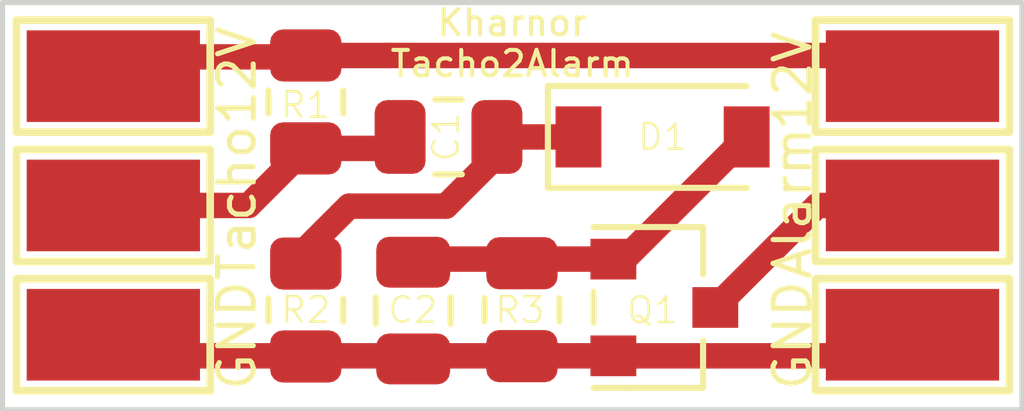
<source format=kicad_pcb>
(kicad_pcb (version 20171130) (host pcbnew "(5.1.10)-1")

  (general
    (thickness 1.6)
    (drawings 5)
    (tracks 29)
    (zones 0)
    (modules 13)
    (nets 7)
  )

  (page A4)
  (layers
    (0 F.Cu signal)
    (31 B.Cu signal)
    (32 B.Adhes user)
    (33 F.Adhes user)
    (34 B.Paste user)
    (35 F.Paste user)
    (36 B.SilkS user)
    (37 F.SilkS user)
    (38 B.Mask user)
    (39 F.Mask user)
    (40 Dwgs.User user)
    (41 Cmts.User user)
    (42 Eco1.User user)
    (43 Eco2.User user)
    (44 Edge.Cuts user)
    (45 Margin user)
    (46 B.CrtYd user)
    (47 F.CrtYd user)
    (48 B.Fab user)
    (49 F.Fab user)
  )

  (setup
    (last_trace_width 0.25)
    (trace_clearance 0.2)
    (zone_clearance 0.508)
    (zone_45_only no)
    (trace_min 0.2)
    (via_size 0.8)
    (via_drill 0.4)
    (via_min_size 0.4)
    (via_min_drill 0.3)
    (uvia_size 0.3)
    (uvia_drill 0.1)
    (uvias_allowed no)
    (uvia_min_size 0.2)
    (uvia_min_drill 0.1)
    (edge_width 0.05)
    (segment_width 0.2)
    (pcb_text_width 0.3)
    (pcb_text_size 1.5 1.5)
    (mod_edge_width 0.12)
    (mod_text_size 1 1)
    (mod_text_width 0.15)
    (pad_size 1.524 1.524)
    (pad_drill 0.762)
    (pad_to_mask_clearance 0)
    (aux_axis_origin 131.87 68.77)
    (grid_origin 12.07 190.67)
    (visible_elements 7FFFFF7F)
    (pcbplotparams
      (layerselection 0x010fc_ffffffff)
      (usegerberextensions false)
      (usegerberattributes true)
      (usegerberadvancedattributes true)
      (creategerberjobfile true)
      (excludeedgelayer true)
      (linewidth 0.100000)
      (plotframeref false)
      (viasonmask false)
      (mode 1)
      (useauxorigin false)
      (hpglpennumber 1)
      (hpglpenspeed 20)
      (hpglpendiameter 15.000000)
      (psnegative false)
      (psa4output false)
      (plotreference true)
      (plotvalue true)
      (plotinvisibletext false)
      (padsonsilk false)
      (subtractmaskfromsilk false)
      (outputformat 1)
      (mirror false)
      (drillshape 0)
      (scaleselection 1)
      (outputdirectory ""))
  )

  (net 0 "")
  (net 1 GND)
  (net 2 "Net-(C1-Pad1)")
  (net 3 +12V)
  (net 4 "Net-(Alarm1-Pad1)")
  (net 5 "Net-(C1-Pad2)")
  (net 6 "Net-(C2-Pad1)")

  (net_class Default "This is the default net class."
    (clearance 0.2)
    (trace_width 0.25)
    (via_dia 0.8)
    (via_drill 0.4)
    (uvia_dia 0.3)
    (uvia_drill 0.1)
    (add_net +12V)
    (add_net GND)
    (add_net "Net-(Alarm1-Pad1)")
    (add_net "Net-(C1-Pad1)")
    (add_net "Net-(C1-Pad2)")
    (add_net "Net-(C2-Pad1)")
  )

  (module Resistor_SMD:R_0805_2012Metric (layer F.Cu) (tedit 5F68FEEE) (tstamp 61322B4C)
    (at 138.02 76.71 270)
    (descr "Resistor SMD 0805 (2012 Metric), square (rectangular) end terminal, IPC_7351 nominal, (Body size source: IPC-SM-782 page 72, https://www.pcb-3d.com/wordpress/wp-content/uploads/ipc-sm-782a_amendment_1_and_2.pdf), generated with kicad-footprint-generator")
    (tags resistor)
    (path /61329048)
    (attr smd)
    (fp_text reference R2 (at 0 0) (layer F.SilkS)
      (effects (font (size 0.5 0.5) (thickness 0.05)))
    )
    (fp_text value 10k (at 0 1.65 90) (layer F.Fab) hide
      (effects (font (size 1 1) (thickness 0.15)))
    )
    (fp_line (start 1.68 0.95) (end -1.68 0.95) (layer F.CrtYd) (width 0.05))
    (fp_line (start 1.68 -0.95) (end 1.68 0.95) (layer F.CrtYd) (width 0.05))
    (fp_line (start -1.68 -0.95) (end 1.68 -0.95) (layer F.CrtYd) (width 0.05))
    (fp_line (start -1.68 0.95) (end -1.68 -0.95) (layer F.CrtYd) (width 0.05))
    (fp_line (start -0.227064 0.735) (end 0.227064 0.735) (layer F.SilkS) (width 0.12))
    (fp_line (start -0.227064 -0.735) (end 0.227064 -0.735) (layer F.SilkS) (width 0.12))
    (fp_line (start 1 0.625) (end -1 0.625) (layer F.Fab) (width 0.1))
    (fp_line (start 1 -0.625) (end 1 0.625) (layer F.Fab) (width 0.1))
    (fp_line (start -1 -0.625) (end 1 -0.625) (layer F.Fab) (width 0.1))
    (fp_line (start -1 0.625) (end -1 -0.625) (layer F.Fab) (width 0.1))
    (fp_text user %R (at 0 0 90) (layer F.Fab) hide
      (effects (font (size 0.5 0.5) (thickness 0.08)))
    )
    (pad 2 smd roundrect (at 0.9125 0 270) (size 1.025 1.4) (layers F.Cu F.Paste F.Mask) (roundrect_rratio 0.243902)
      (net 1 GND))
    (pad 1 smd roundrect (at -0.9125 0 270) (size 1.025 1.4) (layers F.Cu F.Paste F.Mask) (roundrect_rratio 0.243902)
      (net 5 "Net-(C1-Pad2)"))
    (model ${KISYS3DMOD}/Resistor_SMD.3dshapes/R_0805_2012Metric.wrl
      (at (xyz 0 0 0))
      (scale (xyz 1 1 1))
      (rotate (xyz 0 0 0))
    )
  )

  (module Capacitor_SMD:C_0805_2012Metric (layer F.Cu) (tedit 5F68FEEE) (tstamp 61322A76)
    (at 140.82 73.31)
    (descr "Capacitor SMD 0805 (2012 Metric), square (rectangular) end terminal, IPC_7351 nominal, (Body size source: IPC-SM-782 page 76, https://www.pcb-3d.com/wordpress/wp-content/uploads/ipc-sm-782a_amendment_1_and_2.pdf, https://docs.google.com/spreadsheets/d/1BsfQQcO9C6DZCsRaXUlFlo91Tg2WpOkGARC1WS5S8t0/edit?usp=sharing), generated with kicad-footprint-generator")
    (tags capacitor)
    (path /61327F0D)
    (attr smd)
    (fp_text reference C1 (at -0.05 0 90) (layer F.SilkS)
      (effects (font (size 0.5 0.5) (thickness 0.05)))
    )
    (fp_text value 100n (at 0 1.68) (layer F.Fab) hide
      (effects (font (size 1 1) (thickness 0.15)))
    )
    (fp_line (start 1.7 0.98) (end -1.7 0.98) (layer F.CrtYd) (width 0.05))
    (fp_line (start 1.7 -0.98) (end 1.7 0.98) (layer F.CrtYd) (width 0.05))
    (fp_line (start -1.7 -0.98) (end 1.7 -0.98) (layer F.CrtYd) (width 0.05))
    (fp_line (start -1.7 0.98) (end -1.7 -0.98) (layer F.CrtYd) (width 0.05))
    (fp_line (start -0.261252 0.735) (end 0.261252 0.735) (layer F.SilkS) (width 0.12))
    (fp_line (start -0.261252 -0.735) (end 0.261252 -0.735) (layer F.SilkS) (width 0.12))
    (fp_line (start 1 0.625) (end -1 0.625) (layer F.Fab) (width 0.1))
    (fp_line (start 1 -0.625) (end 1 0.625) (layer F.Fab) (width 0.1))
    (fp_line (start -1 -0.625) (end 1 -0.625) (layer F.Fab) (width 0.1))
    (fp_line (start -1 0.625) (end -1 -0.625) (layer F.Fab) (width 0.1))
    (fp_text user %R (at 0 0) (layer F.Fab) hide
      (effects (font (size 0.5 0.5) (thickness 0.08)))
    )
    (pad 2 smd roundrect (at 0.95 0) (size 1 1.45) (layers F.Cu F.Paste F.Mask) (roundrect_rratio 0.25)
      (net 5 "Net-(C1-Pad2)"))
    (pad 1 smd roundrect (at -0.95 0) (size 1 1.45) (layers F.Cu F.Paste F.Mask) (roundrect_rratio 0.25)
      (net 2 "Net-(C1-Pad1)"))
    (model ${KISYS3DMOD}/Capacitor_SMD.3dshapes/C_0805_2012Metric.wrl
      (at (xyz 0 0 0))
      (scale (xyz 1 1 1))
      (rotate (xyz 0 0 0))
    )
  )

  (module Diode_SMD:D_SOD-123 (layer F.Cu) (tedit 58645DC7) (tstamp 61101C33)
    (at 145.02 73.31)
    (descr SOD-123)
    (tags SOD-123)
    (path /610E7EEC)
    (attr smd)
    (fp_text reference D1 (at 0 0) (layer F.SilkS)
      (effects (font (size 0.5 0.5) (thickness 0.05)))
    )
    (fp_text value 1N4148 (at 0.1 1.9) (layer F.Fab) hide
      (effects (font (size 1 1) (thickness 0.15)))
    )
    (fp_line (start -2.25 -1) (end -2.25 1) (layer F.SilkS) (width 0.12))
    (fp_line (start 0.25 0) (end 0.75 0) (layer F.Fab) (width 0.1))
    (fp_line (start 0.25 0.4) (end -0.35 0) (layer F.Fab) (width 0.1))
    (fp_line (start 0.25 -0.4) (end 0.25 0.4) (layer F.Fab) (width 0.1))
    (fp_line (start -0.35 0) (end 0.25 -0.4) (layer F.Fab) (width 0.1))
    (fp_line (start -0.35 0) (end -0.35 0.55) (layer F.Fab) (width 0.1))
    (fp_line (start -0.35 0) (end -0.35 -0.55) (layer F.Fab) (width 0.1))
    (fp_line (start -0.75 0) (end -0.35 0) (layer F.Fab) (width 0.1))
    (fp_line (start -1.4 0.9) (end -1.4 -0.9) (layer F.Fab) (width 0.1))
    (fp_line (start 1.4 0.9) (end -1.4 0.9) (layer F.Fab) (width 0.1))
    (fp_line (start 1.4 -0.9) (end 1.4 0.9) (layer F.Fab) (width 0.1))
    (fp_line (start -1.4 -0.9) (end 1.4 -0.9) (layer F.Fab) (width 0.1))
    (fp_line (start -2.35 -1.15) (end 2.35 -1.15) (layer F.CrtYd) (width 0.05))
    (fp_line (start 2.35 -1.15) (end 2.35 1.15) (layer F.CrtYd) (width 0.05))
    (fp_line (start 2.35 1.15) (end -2.35 1.15) (layer F.CrtYd) (width 0.05))
    (fp_line (start -2.35 -1.15) (end -2.35 1.15) (layer F.CrtYd) (width 0.05))
    (fp_line (start -2.25 1) (end 1.65 1) (layer F.SilkS) (width 0.12))
    (fp_line (start -2.25 -1) (end 1.65 -1) (layer F.SilkS) (width 0.12))
    (pad 2 smd rect (at 1.65 0) (size 0.9 1.2) (layers F.Cu F.Paste F.Mask)
      (net 6 "Net-(C2-Pad1)"))
    (pad 1 smd rect (at -1.65 0) (size 0.9 1.2) (layers F.Cu F.Paste F.Mask)
      (net 5 "Net-(C1-Pad2)"))
    (model ${KISYS3DMOD}/Diode_SMD.3dshapes/D_SOD-123.wrl
      (at (xyz 0 0 0))
      (scale (xyz 1 1 1))
      (rotate (xyz 0 0 0))
    )
  )

  (module Package_TO_SOT_SMD:SOT-23 (layer F.Cu) (tedit 610EC187) (tstamp 611026C2)
    (at 145.0546 76.66)
    (descr "SOT-23, Standard")
    (tags SOT-23)
    (path /6110030D)
    (attr smd)
    (fp_text reference Q1 (at -0.2346 0.0552) (layer F.SilkS)
      (effects (font (size 0.5 0.5) (thickness 0.05)))
    )
    (fp_text value BSS138 (at 0 2.5) (layer F.Fab) hide
      (effects (font (size 1 1) (thickness 0.15)))
    )
    (fp_line (start 0.76 1.58) (end -0.7 1.58) (layer F.SilkS) (width 0.12))
    (fp_line (start 0.76 -1.58) (end -1.39 -1.58) (layer F.SilkS) (width 0.12))
    (fp_line (start -1.7 1.75) (end -1.7 -1.75) (layer F.CrtYd) (width 0.05))
    (fp_line (start 1.7 1.75) (end -1.7 1.75) (layer F.CrtYd) (width 0.05))
    (fp_line (start 1.7 -1.75) (end 1.7 1.75) (layer F.CrtYd) (width 0.05))
    (fp_line (start -1.7 -1.75) (end 1.7 -1.75) (layer F.CrtYd) (width 0.05))
    (fp_line (start 0.76 -1.58) (end 0.76 -0.65) (layer F.SilkS) (width 0.12))
    (fp_line (start 0.76 1.58) (end 0.76 0.65) (layer F.SilkS) (width 0.12))
    (fp_line (start -0.7 1.52) (end 0.7 1.52) (layer F.Fab) (width 0.1))
    (fp_line (start 0.7 -1.52) (end 0.7 1.52) (layer F.Fab) (width 0.1))
    (fp_line (start -0.7 -0.95) (end -0.15 -1.52) (layer F.Fab) (width 0.1))
    (fp_line (start -0.15 -1.52) (end 0.7 -1.52) (layer F.Fab) (width 0.1))
    (fp_line (start -0.7 -0.95) (end -0.7 1.5) (layer F.Fab) (width 0.1))
    (fp_line (start -0.7 1.58) (end -1.39 1.58) (layer F.SilkS) (width 0.12))
    (fp_line (start -1.39 -0.31) (end -1.39 0.3) (layer F.SilkS) (width 0.12))
    (pad 3 smd rect (at 1 0) (size 0.9 0.8) (layers F.Cu F.Paste F.Mask)
      (net 4 "Net-(Alarm1-Pad1)"))
    (pad 2 smd rect (at -1 0.95) (size 0.9 0.8) (layers F.Cu F.Paste F.Mask)
      (net 1 GND))
    (pad 1 smd rect (at -1 -0.95) (size 0.9 0.8) (layers F.Cu F.Paste F.Mask)
      (net 6 "Net-(C2-Pad1)"))
    (model ${KISYS3DMOD}/Package_TO_SOT_SMD.3dshapes/SOT-23.wrl
      (at (xyz 0 0 0))
      (scale (xyz 1 1 1))
      (rotate (xyz 0 0 0))
    )
  )

  (module Resistor_SMD:R_0805_2012Metric (layer F.Cu) (tedit 5F68FEEE) (tstamp 61101C6A)
    (at 142.2606 76.7037 270)
    (descr "Resistor SMD 0805 (2012 Metric), square (rectangular) end terminal, IPC_7351 nominal, (Body size source: IPC-SM-782 page 72, https://www.pcb-3d.com/wordpress/wp-content/uploads/ipc-sm-782a_amendment_1_and_2.pdf), generated with kicad-footprint-generator")
    (tags resistor)
    (path /610E6569)
    (attr smd)
    (fp_text reference R3 (at 0.0063 0.0406) (layer F.SilkS)
      (effects (font (size 0.5 0.5) (thickness 0.05)))
    )
    (fp_text value 1M (at 0 1.65 90) (layer F.Fab) hide
      (effects (font (size 1 1) (thickness 0.15)))
    )
    (fp_line (start 1.68 0.95) (end -1.68 0.95) (layer F.CrtYd) (width 0.05))
    (fp_line (start 1.68 -0.95) (end 1.68 0.95) (layer F.CrtYd) (width 0.05))
    (fp_line (start -1.68 -0.95) (end 1.68 -0.95) (layer F.CrtYd) (width 0.05))
    (fp_line (start -1.68 0.95) (end -1.68 -0.95) (layer F.CrtYd) (width 0.05))
    (fp_line (start -0.227064 0.735) (end 0.227064 0.735) (layer F.SilkS) (width 0.12))
    (fp_line (start -0.227064 -0.735) (end 0.227064 -0.735) (layer F.SilkS) (width 0.12))
    (fp_line (start 1 0.625) (end -1 0.625) (layer F.Fab) (width 0.1))
    (fp_line (start 1 -0.625) (end 1 0.625) (layer F.Fab) (width 0.1))
    (fp_line (start -1 -0.625) (end 1 -0.625) (layer F.Fab) (width 0.1))
    (fp_line (start -1 0.625) (end -1 -0.625) (layer F.Fab) (width 0.1))
    (pad 2 smd roundrect (at 0.9125 0 270) (size 1.025 1.4) (layers F.Cu F.Paste F.Mask) (roundrect_rratio 0.2439014634146341)
      (net 1 GND))
    (pad 1 smd roundrect (at -0.9125 0 270) (size 1.025 1.4) (layers F.Cu F.Paste F.Mask) (roundrect_rratio 0.2439014634146341)
      (net 6 "Net-(C2-Pad1)"))
    (model ${KISYS3DMOD}/Resistor_SMD.3dshapes/R_0805_2012Metric.wrl
      (at (xyz 0 0 0))
      (scale (xyz 1 1 1))
      (rotate (xyz 0 0 0))
    )
  )

  (module Resistor_SMD:R_0805_2012Metric (layer F.Cu) (tedit 5F68FEEE) (tstamp 61101C59)
    (at 138.02 72.6225 270)
    (descr "Resistor SMD 0805 (2012 Metric), square (rectangular) end terminal, IPC_7351 nominal, (Body size source: IPC-SM-782 page 72, https://www.pcb-3d.com/wordpress/wp-content/uploads/ipc-sm-782a_amendment_1_and_2.pdf), generated with kicad-footprint-generator")
    (tags resistor)
    (path /610E5F77)
    (attr smd)
    (fp_text reference R1 (at 0.0604 0.007) (layer F.SilkS)
      (effects (font (size 0.5 0.5) (thickness 0.05)))
    )
    (fp_text value 100k (at 0 1.65 90) (layer F.Fab) hide
      (effects (font (size 1 1) (thickness 0.15)))
    )
    (fp_line (start 1.68 0.95) (end -1.68 0.95) (layer F.CrtYd) (width 0.05))
    (fp_line (start 1.68 -0.95) (end 1.68 0.95) (layer F.CrtYd) (width 0.05))
    (fp_line (start -1.68 -0.95) (end 1.68 -0.95) (layer F.CrtYd) (width 0.05))
    (fp_line (start -1.68 0.95) (end -1.68 -0.95) (layer F.CrtYd) (width 0.05))
    (fp_line (start -0.227064 0.735) (end 0.227064 0.735) (layer F.SilkS) (width 0.12))
    (fp_line (start -0.227064 -0.735) (end 0.227064 -0.735) (layer F.SilkS) (width 0.12))
    (fp_line (start 1 0.625) (end -1 0.625) (layer F.Fab) (width 0.1))
    (fp_line (start 1 -0.625) (end 1 0.625) (layer F.Fab) (width 0.1))
    (fp_line (start -1 -0.625) (end 1 -0.625) (layer F.Fab) (width 0.1))
    (fp_line (start -1 0.625) (end -1 -0.625) (layer F.Fab) (width 0.1))
    (pad 2 smd roundrect (at 0.9125 0 270) (size 1.025 1.4) (layers F.Cu F.Paste F.Mask) (roundrect_rratio 0.2439014634146341)
      (net 2 "Net-(C1-Pad1)"))
    (pad 1 smd roundrect (at -0.9125 0 270) (size 1.025 1.4) (layers F.Cu F.Paste F.Mask) (roundrect_rratio 0.2439014634146341)
      (net 3 +12V))
    (model ${KISYS3DMOD}/Resistor_SMD.3dshapes/R_0805_2012Metric.wrl
      (at (xyz 0 0 0))
      (scale (xyz 1 1 1))
      (rotate (xyz 0 0 0))
    )
  )

  (module Capacitor_SMD:C_0805_2012Metric (layer F.Cu) (tedit 5F68FEEE) (tstamp 61101C1B)
    (at 140.127 76.7208 270)
    (descr "Capacitor SMD 0805 (2012 Metric), square (rectangular) end terminal, IPC_7351 nominal, (Body size source: IPC-SM-782 page 76, https://www.pcb-3d.com/wordpress/wp-content/uploads/ipc-sm-782a_amendment_1_and_2.pdf, https://docs.google.com/spreadsheets/d/1BsfQQcO9C6DZCsRaXUlFlo91Tg2WpOkGARC1WS5S8t0/edit?usp=sharing), generated with kicad-footprint-generator")
    (tags capacitor)
    (path /610E8926)
    (attr smd)
    (fp_text reference C2 (at -0.0108 0.007) (layer F.SilkS)
      (effects (font (size 0.5 0.5) (thickness 0.05)))
    )
    (fp_text value 100n (at 0 1.68 90) (layer F.Fab) hide
      (effects (font (size 1 1) (thickness 0.15)))
    )
    (fp_line (start 1.7 0.98) (end -1.7 0.98) (layer F.CrtYd) (width 0.05))
    (fp_line (start 1.7 -0.98) (end 1.7 0.98) (layer F.CrtYd) (width 0.05))
    (fp_line (start -1.7 -0.98) (end 1.7 -0.98) (layer F.CrtYd) (width 0.05))
    (fp_line (start -1.7 0.98) (end -1.7 -0.98) (layer F.CrtYd) (width 0.05))
    (fp_line (start -0.261252 0.735) (end 0.261252 0.735) (layer F.SilkS) (width 0.12))
    (fp_line (start -0.261252 -0.735) (end 0.261252 -0.735) (layer F.SilkS) (width 0.12))
    (fp_line (start 1 0.625) (end -1 0.625) (layer F.Fab) (width 0.1))
    (fp_line (start 1 -0.625) (end 1 0.625) (layer F.Fab) (width 0.1))
    (fp_line (start -1 -0.625) (end 1 -0.625) (layer F.Fab) (width 0.1))
    (fp_line (start -1 0.625) (end -1 -0.625) (layer F.Fab) (width 0.1))
    (pad 2 smd roundrect (at 0.95 0 270) (size 1 1.45) (layers F.Cu F.Paste F.Mask) (roundrect_rratio 0.25)
      (net 1 GND))
    (pad 1 smd roundrect (at -0.95 0 270) (size 1 1.45) (layers F.Cu F.Paste F.Mask) (roundrect_rratio 0.25)
      (net 6 "Net-(C2-Pad1)"))
    (model ${KISYS3DMOD}/Capacitor_SMD.3dshapes/C_0805_2012Metric.wrl
      (at (xyz 0 0 0))
      (scale (xyz 1 1 1))
      (rotate (xyz 0 0 0))
    )
  )

  (module TestPoint:TestPoint_Keystone_5015_Micro-Minature (layer F.Cu) (tedit 5A0F774F) (tstamp 61101C0A)
    (at 149.9234 77.1962)
    (descr "SMT Test Point- Micro Miniature 5015, http://www.keyelco.com/product-pdf.cfm?p=1353")
    (tags "Test Point")
    (path /610FA570)
    (attr smd)
    (fp_text reference GND (at -2.3534 0.0138 90) (layer F.SilkS)
      (effects (font (size 0.7 0.7) (thickness 0.1)))
    )
    (fp_text value GND (at 0 2.25) (layer F.Fab) hide
      (effects (font (size 1 1) (thickness 0.15)))
    )
    (fp_line (start -2.15 -1.35) (end 2.15 -1.35) (layer F.CrtYd) (width 0.05))
    (fp_line (start 2.15 -1.35) (end 2.15 1.35) (layer F.CrtYd) (width 0.05))
    (fp_line (start 2.15 1.35) (end -2.15 1.35) (layer F.CrtYd) (width 0.05))
    (fp_line (start -2.15 1.35) (end -2.15 -1.35) (layer F.CrtYd) (width 0.05))
    (fp_line (start -1.9 -1.1) (end 1.9 -1.1) (layer F.SilkS) (width 0.15))
    (fp_line (start 1.9 -1.1) (end 1.9 1.1) (layer F.SilkS) (width 0.15))
    (fp_line (start 1.9 1.1) (end -1.9 1.1) (layer F.SilkS) (width 0.15))
    (fp_line (start -1.9 1.1) (end -1.9 -1.1) (layer F.SilkS) (width 0.15))
    (fp_line (start -1.35 0.5) (end 1.35 0.5) (layer F.Fab) (width 0.15))
    (fp_line (start 1.35 -0.5) (end 1.35 0.5) (layer F.Fab) (width 0.15))
    (fp_line (start 1.35 -0.5) (end -1.35 -0.5) (layer F.Fab) (width 0.15))
    (fp_line (start -1.35 0.5) (end -1.35 -0.5) (layer F.Fab) (width 0.15))
    (fp_text user %R (at 0 0) (layer F.Fab)
      (effects (font (size 0.6 0.6) (thickness 0.09)))
    )
    (pad 1 smd rect (at 0 0) (size 3.4 1.8) (layers F.Cu F.Paste F.Mask)
      (net 1 GND))
    (model ${KISYS3DMOD}/TestPoint.3dshapes/TestPoint_Keystone_5015_Micro-Minature.wrl
      (at (xyz 0 0 0))
      (scale (xyz 1 1 1))
      (rotate (xyz 0 0 0))
    )
  )

  (module TestPoint:TestPoint_Keystone_5015_Micro-Minature (layer F.Cu) (tedit 5A0F774F) (tstamp 61101BF8)
    (at 149.9234 74.6562)
    (descr "SMT Test Point- Micro Miniature 5015, http://www.keyelco.com/product-pdf.cfm?p=1353")
    (tags "Test Point")
    (path /610F961A)
    (attr smd)
    (fp_text reference Alarm (at -2.3534 -0.0462 90) (layer F.SilkS)
      (effects (font (size 0.7 0.7) (thickness 0.1)))
    )
    (fp_text value Alarm (at 0 2.25) (layer F.Fab) hide
      (effects (font (size 1 1) (thickness 0.15)))
    )
    (fp_line (start -2.15 -1.35) (end 2.15 -1.35) (layer F.CrtYd) (width 0.05))
    (fp_line (start 2.15 -1.35) (end 2.15 1.35) (layer F.CrtYd) (width 0.05))
    (fp_line (start 2.15 1.35) (end -2.15 1.35) (layer F.CrtYd) (width 0.05))
    (fp_line (start -2.15 1.35) (end -2.15 -1.35) (layer F.CrtYd) (width 0.05))
    (fp_line (start -1.9 -1.1) (end 1.9 -1.1) (layer F.SilkS) (width 0.15))
    (fp_line (start 1.9 -1.1) (end 1.9 1.1) (layer F.SilkS) (width 0.15))
    (fp_line (start 1.9 1.1) (end -1.9 1.1) (layer F.SilkS) (width 0.15))
    (fp_line (start -1.9 1.1) (end -1.9 -1.1) (layer F.SilkS) (width 0.15))
    (fp_line (start -1.35 0.5) (end 1.35 0.5) (layer F.Fab) (width 0.15))
    (fp_line (start 1.35 -0.5) (end 1.35 0.5) (layer F.Fab) (width 0.15))
    (fp_line (start 1.35 -0.5) (end -1.35 -0.5) (layer F.Fab) (width 0.15))
    (fp_line (start -1.35 0.5) (end -1.35 -0.5) (layer F.Fab) (width 0.15))
    (fp_text user %R (at 0 0) (layer F.Fab)
      (effects (font (size 0.6 0.6) (thickness 0.09)))
    )
    (pad 1 smd rect (at 0 0) (size 3.4 1.8) (layers F.Cu F.Paste F.Mask)
      (net 4 "Net-(Alarm1-Pad1)"))
    (model ${KISYS3DMOD}/TestPoint.3dshapes/TestPoint_Keystone_5015_Micro-Minature.wrl
      (at (xyz 0 0 0))
      (scale (xyz 1 1 1))
      (rotate (xyz 0 0 0))
    )
  )

  (module TestPoint:TestPoint_Keystone_5015_Micro-Minature (layer F.Cu) (tedit 5A0F774F) (tstamp 61101BE6)
    (at 149.9234 72.1162)
    (descr "SMT Test Point- Micro Miniature 5015, http://www.keyelco.com/product-pdf.cfm?p=1353")
    (tags "Test Point")
    (path /610F7CD9)
    (attr smd)
    (fp_text reference 12V (at -2.3534 0.0938 90) (layer F.SilkS)
      (effects (font (size 0.7 0.7) (thickness 0.1)))
    )
    (fp_text value 12V (at 0 2.25) (layer F.Fab) hide
      (effects (font (size 1 1) (thickness 0.15)))
    )
    (fp_line (start -2.15 -1.35) (end 2.15 -1.35) (layer F.CrtYd) (width 0.05))
    (fp_line (start 2.15 -1.35) (end 2.15 1.35) (layer F.CrtYd) (width 0.05))
    (fp_line (start 2.15 1.35) (end -2.15 1.35) (layer F.CrtYd) (width 0.05))
    (fp_line (start -2.15 1.35) (end -2.15 -1.35) (layer F.CrtYd) (width 0.05))
    (fp_line (start -1.9 -1.1) (end 1.9 -1.1) (layer F.SilkS) (width 0.15))
    (fp_line (start 1.9 -1.1) (end 1.9 1.1) (layer F.SilkS) (width 0.15))
    (fp_line (start 1.9 1.1) (end -1.9 1.1) (layer F.SilkS) (width 0.15))
    (fp_line (start -1.9 1.1) (end -1.9 -1.1) (layer F.SilkS) (width 0.15))
    (fp_line (start -1.35 0.5) (end 1.35 0.5) (layer F.Fab) (width 0.15))
    (fp_line (start 1.35 -0.5) (end 1.35 0.5) (layer F.Fab) (width 0.15))
    (fp_line (start 1.35 -0.5) (end -1.35 -0.5) (layer F.Fab) (width 0.15))
    (fp_line (start -1.35 0.5) (end -1.35 -0.5) (layer F.Fab) (width 0.15))
    (fp_text user %R (at 0 0) (layer F.Fab)
      (effects (font (size 0.6 0.6) (thickness 0.09)))
    )
    (pad 1 smd rect (at 0 0) (size 3.4 1.8) (layers F.Cu F.Paste F.Mask)
      (net 3 +12V))
    (model ${KISYS3DMOD}/TestPoint.3dshapes/TestPoint_Keystone_5015_Micro-Minature.wrl
      (at (xyz 0 0 0))
      (scale (xyz 1 1 1))
      (rotate (xyz 0 0 0))
    )
  )

  (module TestPoint:TestPoint_Keystone_5015_Micro-Minature (layer F.Cu) (tedit 5A0F774F) (tstamp 61101BD4)
    (at 134.244 77.1962)
    (descr "SMT Test Point- Micro Miniature 5015, http://www.keyelco.com/product-pdf.cfm?p=1353")
    (tags "Test Point")
    (path /610F50D0)
    (attr smd)
    (fp_text reference GND (at 2.426 0.0138 90) (layer F.SilkS)
      (effects (font (size 0.7 0.7) (thickness 0.1)))
    )
    (fp_text value GND (at 0 2.25) (layer F.Fab) hide
      (effects (font (size 1 1) (thickness 0.15)))
    )
    (fp_line (start -1.35 0.5) (end -1.35 -0.5) (layer F.Fab) (width 0.15))
    (fp_line (start 1.35 -0.5) (end -1.35 -0.5) (layer F.Fab) (width 0.15))
    (fp_line (start 1.35 -0.5) (end 1.35 0.5) (layer F.Fab) (width 0.15))
    (fp_line (start -1.35 0.5) (end 1.35 0.5) (layer F.Fab) (width 0.15))
    (fp_line (start -1.9 1.1) (end -1.9 -1.1) (layer F.SilkS) (width 0.15))
    (fp_line (start 1.9 1.1) (end -1.9 1.1) (layer F.SilkS) (width 0.15))
    (fp_line (start 1.9 -1.1) (end 1.9 1.1) (layer F.SilkS) (width 0.15))
    (fp_line (start -1.9 -1.1) (end 1.9 -1.1) (layer F.SilkS) (width 0.15))
    (fp_line (start -2.15 1.35) (end -2.15 -1.35) (layer F.CrtYd) (width 0.05))
    (fp_line (start 2.15 1.35) (end -2.15 1.35) (layer F.CrtYd) (width 0.05))
    (fp_line (start 2.15 -1.35) (end 2.15 1.35) (layer F.CrtYd) (width 0.05))
    (fp_line (start -2.15 -1.35) (end 2.15 -1.35) (layer F.CrtYd) (width 0.05))
    (fp_text user %R (at 0 0) (layer F.Fab)
      (effects (font (size 0.6 0.6) (thickness 0.09)))
    )
    (pad 1 smd rect (at 0 0) (size 3.4 1.8) (layers F.Cu F.Paste F.Mask)
      (net 1 GND))
    (model ${KISYS3DMOD}/TestPoint.3dshapes/TestPoint_Keystone_5015_Micro-Minature.wrl
      (at (xyz 0 0 0))
      (scale (xyz 1 1 1))
      (rotate (xyz 0 0 0))
    )
  )

  (module TestPoint:TestPoint_Keystone_5015_Micro-Minature (layer F.Cu) (tedit 5A0F774F) (tstamp 61101BC2)
    (at 134.244 72.1162)
    (descr "SMT Test Point- Micro Miniature 5015, http://www.keyelco.com/product-pdf.cfm?p=1353")
    (tags "Test Point")
    (path /610F46C3)
    (attr smd)
    (fp_text reference 12V (at 2.426 -0.0062 90) (layer F.SilkS)
      (effects (font (size 0.7 0.7) (thickness 0.1)))
    )
    (fp_text value 12V (at 0 2.25) (layer F.Fab) hide
      (effects (font (size 1 1) (thickness 0.15)))
    )
    (fp_line (start -1.35 0.5) (end -1.35 -0.5) (layer F.Fab) (width 0.15))
    (fp_line (start 1.35 -0.5) (end -1.35 -0.5) (layer F.Fab) (width 0.15))
    (fp_line (start 1.35 -0.5) (end 1.35 0.5) (layer F.Fab) (width 0.15))
    (fp_line (start -1.35 0.5) (end 1.35 0.5) (layer F.Fab) (width 0.15))
    (fp_line (start -1.9 1.1) (end -1.9 -1.1) (layer F.SilkS) (width 0.15))
    (fp_line (start 1.9 1.1) (end -1.9 1.1) (layer F.SilkS) (width 0.15))
    (fp_line (start 1.9 -1.1) (end 1.9 1.1) (layer F.SilkS) (width 0.15))
    (fp_line (start -1.9 -1.1) (end 1.9 -1.1) (layer F.SilkS) (width 0.15))
    (fp_line (start -2.15 1.35) (end -2.15 -1.35) (layer F.CrtYd) (width 0.05))
    (fp_line (start 2.15 1.35) (end -2.15 1.35) (layer F.CrtYd) (width 0.05))
    (fp_line (start 2.15 -1.35) (end 2.15 1.35) (layer F.CrtYd) (width 0.05))
    (fp_line (start -2.15 -1.35) (end 2.15 -1.35) (layer F.CrtYd) (width 0.05))
    (fp_text user %R (at 0 0) (layer F.Fab)
      (effects (font (size 0.6 0.6) (thickness 0.09)))
    )
    (pad 1 smd rect (at 0 0) (size 3.4 1.8) (layers F.Cu F.Paste F.Mask)
      (net 3 +12V))
    (model ${KISYS3DMOD}/TestPoint.3dshapes/TestPoint_Keystone_5015_Micro-Minature.wrl
      (at (xyz 0 0 0))
      (scale (xyz 1 1 1))
      (rotate (xyz 0 0 0))
    )
  )

  (module TestPoint:TestPoint_Keystone_5015_Micro-Minature (layer F.Cu) (tedit 5A0F774F) (tstamp 61101BB0)
    (at 134.244 74.6562)
    (descr "SMT Test Point- Micro Miniature 5015, http://www.keyelco.com/product-pdf.cfm?p=1353")
    (tags "Test Point")
    (path /610F3B26)
    (attr smd)
    (fp_text reference Tacho (at 2.426 -0.0462 90) (layer F.SilkS)
      (effects (font (size 0.7 0.7) (thickness 0.1)))
    )
    (fp_text value Tacho (at 0 2.25) (layer F.Fab) hide
      (effects (font (size 1 1) (thickness 0.15)))
    )
    (fp_line (start -1.35 0.5) (end -1.35 -0.5) (layer F.Fab) (width 0.15))
    (fp_line (start 1.35 -0.5) (end -1.35 -0.5) (layer F.Fab) (width 0.15))
    (fp_line (start 1.35 -0.5) (end 1.35 0.5) (layer F.Fab) (width 0.15))
    (fp_line (start -1.35 0.5) (end 1.35 0.5) (layer F.Fab) (width 0.15))
    (fp_line (start -1.9 1.1) (end -1.9 -1.1) (layer F.SilkS) (width 0.15))
    (fp_line (start 1.9 1.1) (end -1.9 1.1) (layer F.SilkS) (width 0.15))
    (fp_line (start 1.9 -1.1) (end 1.9 1.1) (layer F.SilkS) (width 0.15))
    (fp_line (start -1.9 -1.1) (end 1.9 -1.1) (layer F.SilkS) (width 0.15))
    (fp_line (start -2.15 1.35) (end -2.15 -1.35) (layer F.CrtYd) (width 0.05))
    (fp_line (start 2.15 1.35) (end -2.15 1.35) (layer F.CrtYd) (width 0.05))
    (fp_line (start 2.15 -1.35) (end 2.15 1.35) (layer F.CrtYd) (width 0.05))
    (fp_line (start -2.15 -1.35) (end 2.15 -1.35) (layer F.CrtYd) (width 0.05))
    (fp_text user %R (at 0 0) (layer F.Fab)
      (effects (font (size 0.6 0.6) (thickness 0.09)))
    )
    (pad 1 smd rect (at 0 0) (size 3.4 1.8) (layers F.Cu F.Paste F.Mask)
      (net 2 "Net-(C1-Pad1)"))
    (model ${KISYS3DMOD}/TestPoint.3dshapes/TestPoint_Keystone_5015_Micro-Minature.wrl
      (at (xyz 0 0 0))
      (scale (xyz 1 1 1))
      (rotate (xyz 0 0 0))
    )
  )

  (gr_text "Kharnor\nTacho2Alarm" (at 142.07 71.47) (layer F.SilkS)
    (effects (font (size 0.5 0.5) (thickness 0.08)))
  )
  (gr_line (start 132.07 78.67) (end 132.07 70.67) (layer Edge.Cuts) (width 0.1) (tstamp 61103E99))
  (gr_line (start 152.07 78.67) (end 132.07 78.67) (layer Edge.Cuts) (width 0.1))
  (gr_line (start 152.07 70.67) (end 152.07 78.67) (layer Edge.Cuts) (width 0.1))
  (gr_line (start 132.07 70.67) (end 152.07 70.67) (layer Edge.Cuts) (width 0.1))

  (segment (start 134.2194 77.2308) (end 134.194 77.2562) (width 0.4) (layer F.Cu) (net 1))
  (segment (start 134.194 77.2562) (end 134.7562 77.2562) (width 0.5) (layer F.Cu) (net 1))
  (segment (start 134.7562 77.2562) (end 135.17 77.67) (width 0.5) (layer F.Cu) (net 1))
  (segment (start 143.42 77.61) (end 144.0546 77.61) (width 0.5) (layer F.Cu) (net 1))
  (segment (start 135.12 77.61) (end 143.42 77.61) (width 0.5) (layer F.Cu) (net 1))
  (segment (start 144.0546 77.61) (end 149.7096 77.61) (width 0.5) (layer F.Cu) (net 1))
  (segment (start 137.8513 73.5478) (end 137.777 73.6221) (width 0.4) (layer F.Cu) (net 2))
  (segment (start 134.194 74.7162) (end 135.7406 74.7162) (width 0.5) (layer F.Cu) (net 2))
  (segment (start 139.595 73.595) (end 139.82 73.37) (width 0.5) (layer F.Cu) (net 2))
  (segment (start 138.02 73.535) (end 139.645 73.535) (width 0.5) (layer F.Cu) (net 2))
  (segment (start 136.8988 74.6562) (end 138.02 73.535) (width 0.5) (layer F.Cu) (net 2))
  (segment (start 134.244 74.6562) (end 136.8988 74.6562) (width 0.5) (layer F.Cu) (net 2))
  (segment (start 134.194 72.1762) (end 134.9638 72.1762) (width 0.5) (layer F.Cu) (net 3))
  (segment (start 135.2929 71.7371) (end 137.827 71.7371) (width 0.5) (layer F.Cu) (net 3))
  (segment (start 134.9638 72.1762) (end 135.3429 71.7971) (width 0.5) (layer F.Cu) (net 3))
  (segment (start 138.02 71.71) (end 139.62 71.71) (width 0.5) (layer F.Cu) (net 3))
  (segment (start 139.62 71.71) (end 149.7172 71.71) (width 0.5) (layer F.Cu) (net 3))
  (segment (start 146.0546 76.66) (end 148.0584 74.6562) (width 0.5) (layer F.Cu) (net 4))
  (segment (start 148.0584 74.6562) (end 149.9234 74.6562) (width 0.5) (layer F.Cu) (net 4))
  (segment (start 141.77 73.31) (end 143.37 73.31) (width 0.5) (layer F.Cu) (net 5))
  (segment (start 141.77 73.67) (end 141.77 73.31) (width 0.5) (layer F.Cu) (net 5))
  (segment (start 140.77 74.67) (end 141.77 73.67) (width 0.5) (layer F.Cu) (net 5))
  (segment (start 138.87 74.67) (end 140.77 74.67) (width 0.5) (layer F.Cu) (net 5))
  (segment (start 138.02 75.52) (end 138.87 74.67) (width 0.5) (layer F.Cu) (net 5))
  (segment (start 138.02 75.7975) (end 138.02 75.52) (width 0.5) (layer F.Cu) (net 5))
  (segment (start 140.1378 75.77) (end 140.077 75.8308) (width 0.5) (layer F.Cu) (net 6))
  (segment (start 144.0546 75.71) (end 140.1878 75.71) (width 0.5) (layer F.Cu) (net 6))
  (segment (start 144.27 75.71) (end 146.67 73.31) (width 0.5) (layer F.Cu) (net 6))
  (segment (start 144.0046 75.77) (end 144.22 75.77) (width 0.5) (layer F.Cu) (net 6))

)

</source>
